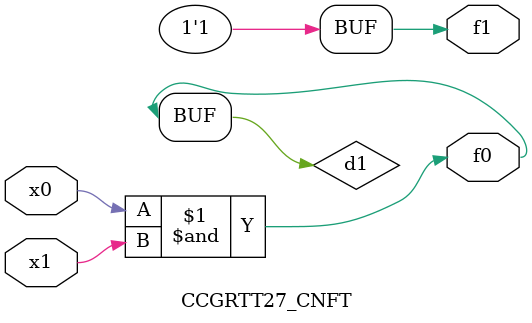
<source format=v>
module CCGRTT27_CNFT(
	input x0, x1,
	output f0, f1
);

	wire d1;

	assign f0 = d1;
	and (d1, x0, x1);
	assign f1 = 1'b1;
endmodule

</source>
